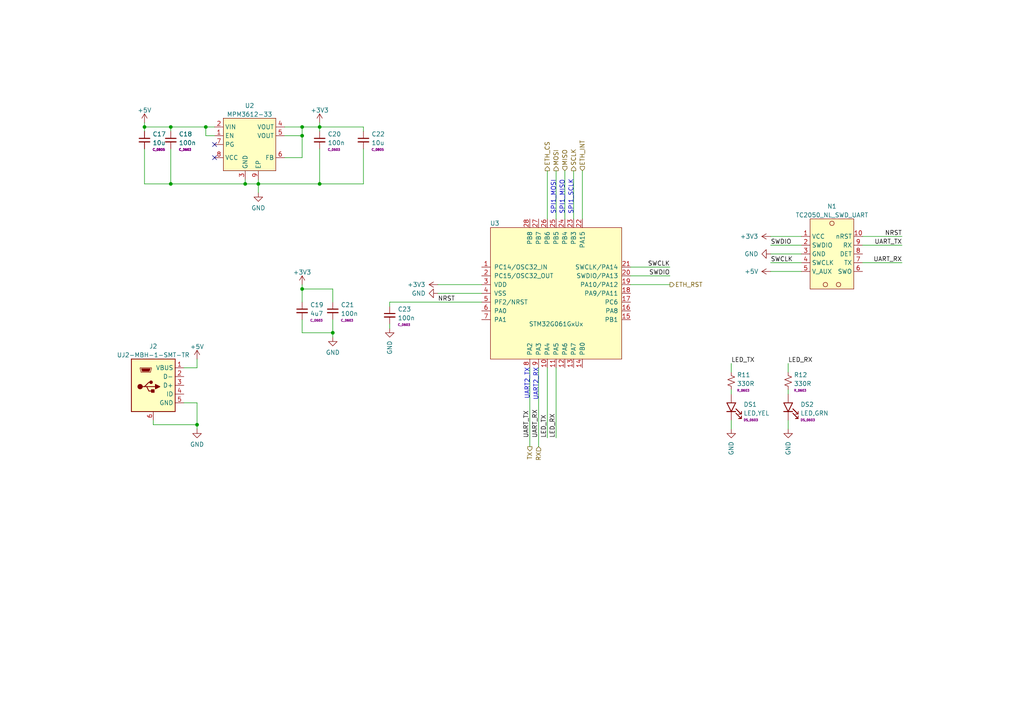
<source format=kicad_sch>
(kicad_sch (version 20211123) (generator eeschema)

  (uuid 69c8f879-b885-4053-b95e-72ffe0a9bee8)

  (paper "A4")

  (lib_symbols
    (symbol "C_Capacitor:C_0603" (pin_numbers hide) (pin_names (offset 1.016)) (in_bom yes) (on_board yes)
      (property "Reference" "C" (id 0) (at 3.175 1.905 0)
        (effects (font (size 1.27 1.27)))
      )
      (property "Value" "C_0603" (id 1) (at 5.715 0 0)
        (effects (font (size 1.27 1.27)))
      )
      (property "Footprint" "C_Capacitor:C_0603" (id 2) (at -3.175 0 90)
        (effects (font (size 1.27 1.27)) hide)
      )
      (property "Datasheet" "" (id 3) (at 2.54 2.54 0)
        (effects (font (size 1.27 1.27)) hide)
      )
      (property "Size" "C_0603" (id 4) (at 4.445 -1.905 0)
        (effects (font (size 0.635 0.635)))
      )
      (symbol "C_0603_1_1"
        (polyline
          (pts
            (xy -1.524 -0.508)
            (xy 1.524 -0.508)
          )
          (stroke (width 0.3302) (type default) (color 0 0 0 0))
          (fill (type none))
        )
        (polyline
          (pts
            (xy -1.524 0.508)
            (xy 1.524 0.508)
          )
          (stroke (width 0.3048) (type default) (color 0 0 0 0))
          (fill (type none))
        )
        (pin passive line (at 0 2.54 270) (length 2.032)
          (name "~" (effects (font (size 1.27 1.27))))
          (number "1" (effects (font (size 1.27 1.27))))
        )
        (pin passive line (at 0 -2.54 90) (length 2.032)
          (name "~" (effects (font (size 1.27 1.27))))
          (number "2" (effects (font (size 1.27 1.27))))
        )
      )
    )
    (symbol "C_Capacitor:C_0805" (pin_numbers hide) (pin_names (offset 1.016)) (in_bom yes) (on_board yes)
      (property "Reference" "C" (id 0) (at 3.175 1.905 0)
        (effects (font (size 1.27 1.27)))
      )
      (property "Value" "C_0805" (id 1) (at 5.715 0 0)
        (effects (font (size 1.27 1.27)))
      )
      (property "Footprint" "C_Capacitor:C_0805" (id 2) (at -3.175 0 90)
        (effects (font (size 1.27 1.27)) hide)
      )
      (property "Datasheet" "" (id 3) (at 2.54 2.54 0)
        (effects (font (size 1.27 1.27)) hide)
      )
      (property "Size" "C_0805" (id 4) (at 4.445 -1.905 0)
        (effects (font (size 0.635 0.635)))
      )
      (symbol "C_0805_1_1"
        (polyline
          (pts
            (xy -1.524 -0.508)
            (xy 1.524 -0.508)
          )
          (stroke (width 0.3302) (type default) (color 0 0 0 0))
          (fill (type none))
        )
        (polyline
          (pts
            (xy -1.524 0.508)
            (xy 1.524 0.508)
          )
          (stroke (width 0.3048) (type default) (color 0 0 0 0))
          (fill (type none))
        )
        (pin passive line (at 0 2.54 270) (length 2.032)
          (name "~" (effects (font (size 1.27 1.27))))
          (number "1" (effects (font (size 1.27 1.27))))
        )
        (pin passive line (at 0 -2.54 90) (length 2.032)
          (name "~" (effects (font (size 1.27 1.27))))
          (number "2" (effects (font (size 1.27 1.27))))
        )
      )
    )
    (symbol "DS_LED:DS_0603" (pin_numbers hide) (pin_names (offset 1.016) hide) (in_bom yes) (on_board yes)
      (property "Reference" "DS" (id 0) (at 0 2.54 0)
        (effects (font (size 1.27 1.27)))
      )
      (property "Value" "DS_0603" (id 1) (at 0 -5.08 0)
        (effects (font (size 1.27 1.27)))
      )
      (property "Footprint" "DS_LED:DS_0603" (id 2) (at 0 -7.62 0)
        (effects (font (size 1.27 1.27)) hide)
      )
      (property "Datasheet" "" (id 3) (at 0 -6.35 0)
        (effects (font (size 1.27 1.27)) hide)
      )
      (property "Size" "DS_0603" (id 4) (at 0 -3.81 0)
        (effects (font (size 0.635 0.635)))
      )
      (symbol "DS_0603_1_1"
        (polyline
          (pts
            (xy -1.27 -1.27)
            (xy -1.27 1.27)
          )
          (stroke (width 0.254) (type default) (color 0 0 0 0))
          (fill (type none))
        )
        (polyline
          (pts
            (xy -1.27 -1.27)
            (xy -1.27 1.27)
          )
          (stroke (width 0.254) (type default) (color 0 0 0 0))
          (fill (type none))
        )
        (polyline
          (pts
            (xy 1.27 -1.27)
            (xy 1.27 1.27)
            (xy -1.27 0)
            (xy 1.27 -1.27)
          )
          (stroke (width 0.254) (type default) (color 0 0 0 0))
          (fill (type none))
        )
        (polyline
          (pts
            (xy -1.778 -1.397)
            (xy -3.302 -2.921)
            (xy -2.54 -2.921)
            (xy -3.302 -2.921)
            (xy -3.302 -2.159)
          )
          (stroke (width 0) (type default) (color 0 0 0 0))
          (fill (type none))
        )
        (polyline
          (pts
            (xy -1.778 -1.397)
            (xy -3.302 -2.921)
            (xy -2.54 -2.921)
            (xy -3.302 -2.921)
            (xy -3.302 -2.159)
          )
          (stroke (width 0) (type default) (color 0 0 0 0))
          (fill (type none))
        )
        (polyline
          (pts
            (xy -1.778 -1.397)
            (xy -3.302 -2.921)
            (xy -2.54 -2.921)
            (xy -3.302 -2.921)
            (xy -3.302 -2.159)
          )
          (stroke (width 0) (type default) (color 0 0 0 0))
          (fill (type none))
        )
        (polyline
          (pts
            (xy -1.778 -1.397)
            (xy -3.302 -2.921)
            (xy -2.54 -2.921)
            (xy -3.302 -2.921)
            (xy -3.302 -2.159)
          )
          (stroke (width 0) (type default) (color 0 0 0 0))
          (fill (type none))
        )
        (polyline
          (pts
            (xy -1.778 -1.397)
            (xy -3.302 -2.921)
            (xy -2.54 -2.921)
            (xy -3.302 -2.921)
            (xy -3.302 -2.159)
          )
          (stroke (width 0) (type default) (color 0 0 0 0))
          (fill (type none))
        )
        (polyline
          (pts
            (xy -1.778 -1.397)
            (xy -3.302 -2.921)
            (xy -2.54 -2.921)
            (xy -3.302 -2.921)
            (xy -3.302 -2.159)
          )
          (stroke (width 0) (type default) (color 0 0 0 0))
          (fill (type none))
        )
        (polyline
          (pts
            (xy -1.778 -1.397)
            (xy -3.302 -2.921)
            (xy -2.54 -2.921)
            (xy -3.302 -2.921)
            (xy -3.302 -2.159)
          )
          (stroke (width 0) (type default) (color 0 0 0 0))
          (fill (type none))
        )
        (polyline
          (pts
            (xy -1.778 -1.397)
            (xy -3.302 -2.921)
            (xy -2.54 -2.921)
            (xy -3.302 -2.921)
            (xy -3.302 -2.159)
          )
          (stroke (width 0) (type default) (color 0 0 0 0))
          (fill (type none))
        )
        (polyline
          (pts
            (xy -0.508 -1.397)
            (xy -2.032 -2.921)
            (xy -1.27 -2.921)
            (xy -2.032 -2.921)
            (xy -2.032 -2.159)
          )
          (stroke (width 0) (type default) (color 0 0 0 0))
          (fill (type none))
        )
        (polyline
          (pts
            (xy -0.508 -1.397)
            (xy -2.032 -2.921)
            (xy -1.27 -2.921)
            (xy -2.032 -2.921)
            (xy -2.032 -2.159)
          )
          (stroke (width 0) (type default) (color 0 0 0 0))
          (fill (type none))
        )
        (polyline
          (pts
            (xy -0.508 -1.397)
            (xy -2.032 -2.921)
            (xy -1.27 -2.921)
            (xy -2.032 -2.921)
            (xy -2.032 -2.159)
          )
          (stroke (width 0) (type default) (color 0 0 0 0))
          (fill (type none))
        )
        (polyline
          (pts
            (xy -0.508 -1.397)
            (xy -2.032 -2.921)
            (xy -1.27 -2.921)
            (xy -2.032 -2.921)
            (xy -2.032 -2.159)
          )
          (stroke (width 0) (type default) (color 0 0 0 0))
          (fill (type none))
        )
        (polyline
          (pts
            (xy -0.508 -1.397)
            (xy -2.032 -2.921)
            (xy -1.27 -2.921)
            (xy -2.032 -2.921)
            (xy -2.032 -2.159)
          )
          (stroke (width 0) (type default) (color 0 0 0 0))
          (fill (type none))
        )
        (polyline
          (pts
            (xy -0.508 -1.397)
            (xy -2.032 -2.921)
            (xy -1.27 -2.921)
            (xy -2.032 -2.921)
            (xy -2.032 -2.159)
          )
          (stroke (width 0) (type default) (color 0 0 0 0))
          (fill (type none))
        )
        (polyline
          (pts
            (xy -0.508 -1.397)
            (xy -2.032 -2.921)
            (xy -1.27 -2.921)
            (xy -2.032 -2.921)
            (xy -2.032 -2.159)
          )
          (stroke (width 0) (type default) (color 0 0 0 0))
          (fill (type none))
        )
        (polyline
          (pts
            (xy -0.508 -1.397)
            (xy -2.032 -2.921)
            (xy -1.27 -2.921)
            (xy -2.032 -2.921)
            (xy -2.032 -2.159)
          )
          (stroke (width 0) (type default) (color 0 0 0 0))
          (fill (type none))
        )
        (pin passive line (at -3.81 0 0) (length 2.54)
          (name "K" (effects (font (size 1.27 1.27))))
          (number "1" (effects (font (size 1.27 1.27))))
        )
        (pin passive line (at 3.81 0 180) (length 2.54)
          (name "A" (effects (font (size 1.27 1.27))))
          (number "2" (effects (font (size 1.27 1.27))))
        )
      )
    )
    (symbol "J_Connector:UJ2-MBH-1-SMT-TR" (in_bom yes) (on_board yes)
      (property "Reference" "J" (id 0) (at -5.08 8.89 0)
        (effects (font (size 1.27 1.27)))
      )
      (property "Value" "UJ2-MBH-1-SMT-TR" (id 1) (at 12.7 -8.89 0)
        (effects (font (size 1.27 1.27)))
      )
      (property "Footprint" "J_Connector:USB_Mini_SMD_Horizontal" (id 2) (at 20.32 -11.43 0)
        (effects (font (size 1.27 1.27)) hide)
      )
      (property "Datasheet" "" (id 3) (at -5.08 8.89 0)
        (effects (font (size 1.27 1.27)) hide)
      )
      (property "ki_keywords" "CONN RCPT USB2.0 MINI B SMD R/A" (id 4) (at 0 0 0)
        (effects (font (size 1.27 1.27)) hide)
      )
      (property "ki_description" "CONN RCPT USB2.0 MINI B SMD R/A" (id 5) (at 0 0 0)
        (effects (font (size 1.27 1.27)) hide)
      )
      (symbol "UJ2-MBH-1-SMT-TR_0_1"
        (rectangle (start -6.35 7.62) (end 6.35 -7.62)
          (stroke (width 0.254) (type default) (color 0 0 0 0))
          (fill (type background))
        )
        (circle (center -3.81 -0.381) (radius 0.635)
          (stroke (width 0.254) (type default) (color 0 0 0 0))
          (fill (type outline))
        )
        (circle (center -0.635 0.889) (radius 0.381)
          (stroke (width 0.254) (type default) (color 0 0 0 0))
          (fill (type outline))
        )
        (polyline
          (pts
            (xy -1.905 -0.381)
            (xy 0.635 -0.381)
          )
          (stroke (width 0.254) (type default) (color 0 0 0 0))
          (fill (type none))
        )
        (polyline
          (pts
            (xy -3.175 -0.381)
            (xy -2.54 -0.381)
            (xy -1.27 0.889)
            (xy -0.635 0.889)
          )
          (stroke (width 0.254) (type default) (color 0 0 0 0))
          (fill (type none))
        )
        (polyline
          (pts
            (xy -2.54 -0.381)
            (xy -1.905 -0.381)
            (xy -1.27 -1.651)
            (xy 0 -1.651)
          )
          (stroke (width 0.254) (type default) (color 0 0 0 0))
          (fill (type none))
        )
        (polyline
          (pts
            (xy 0.635 0.254)
            (xy 0.635 -1.016)
            (xy 1.905 -0.381)
            (xy 0.635 0.254)
          )
          (stroke (width 0.254) (type default) (color 0 0 0 0))
          (fill (type outline))
        )
        (polyline
          (pts
            (xy -3.429 4.826)
            (xy -0.889 4.826)
            (xy -1.143 4.064)
            (xy -3.175 4.064)
            (xy -3.429 4.826)
          )
          (stroke (width 0) (type default) (color 0 0 0 0))
          (fill (type outline))
        )
        (polyline
          (pts
            (xy -3.81 5.08)
            (xy -3.81 4.826)
            (xy -3.556 4.064)
            (xy -3.556 3.81)
            (xy -0.762 3.81)
            (xy -0.762 4.064)
            (xy -0.508 4.826)
            (xy -0.508 5.08)
            (xy -3.81 5.08)
          )
          (stroke (width 0) (type default) (color 0 0 0 0))
          (fill (type none))
        )
        (rectangle (start 0.254 -1.27) (end -0.508 -2.032)
          (stroke (width 0.254) (type default) (color 0 0 0 0))
          (fill (type outline))
        )
      )
      (symbol "UJ2-MBH-1-SMT-TR_1_1"
        (pin power_out line (at 8.89 5.08 180) (length 2.54)
          (name "VBUS" (effects (font (size 1.27 1.27))))
          (number "1" (effects (font (size 1.27 1.27))))
        )
        (pin bidirectional line (at 8.89 2.54 180) (length 2.54)
          (name "D-" (effects (font (size 1.27 1.27))))
          (number "2" (effects (font (size 1.27 1.27))))
        )
        (pin bidirectional line (at 8.89 0 180) (length 2.54)
          (name "D+" (effects (font (size 1.27 1.27))))
          (number "3" (effects (font (size 1.27 1.27))))
        )
        (pin passive line (at 8.89 -2.54 180) (length 2.54)
          (name "ID" (effects (font (size 1.27 1.27))))
          (number "4" (effects (font (size 1.27 1.27))))
        )
        (pin power_out line (at 8.89 -5.08 180) (length 2.54)
          (name "GND" (effects (font (size 1.27 1.27))))
          (number "5" (effects (font (size 1.27 1.27))))
        )
        (pin passive line (at 0 -10.16 90) (length 2.54)
          (name "" (effects (font (size 1.27 1.27))))
          (number "6" (effects (font (size 1.27 1.27))))
        )
      )
    )
    (symbol "N_NonPart:TC2050_NL_SWD_UART" (in_bom no) (on_board yes)
      (property "Reference" "N" (id 0) (at -6.4 11.5 0)
        (effects (font (size 1.27 1.27)))
      )
      (property "Value" "TC2050_NL_SWD_UART" (id 1) (at 0 -11.5 0)
        (effects (font (size 1.27 1.27)))
      )
      (property "Footprint" "N_NonPart:TagConnect_TC2050_NL" (id 2) (at 0 -14.06 0)
        (effects (font (size 1.27 1.27)) hide)
      )
      (property "Datasheet" "" (id 3) (at -5.715 2.54 0)
        (effects (font (size 1.27 1.27)) hide)
      )
      (property "ki_keywords" "Tag-Connect TC2050 SWD UART" (id 4) (at 0 0 0)
        (effects (font (size 1.27 1.27)) hide)
      )
      (property "ki_description" "Tag-Connect TC2050 SWD + UART" (id 5) (at 0 0 0)
        (effects (font (size 1.27 1.27)) hide)
      )
      (symbol "TC2050_NL_SWD_UART_0_1"
        (rectangle (start -6.35 10.16) (end 6.35 -10.16)
          (stroke (width 0.1524) (type default) (color 0 0 0 0))
          (fill (type background))
        )
        (circle (center -1.905 -8.89) (radius 0.635)
          (stroke (width 0.1524) (type default) (color 0 0 0 0))
          (fill (type none))
        )
        (circle (center 0 8.89) (radius 0.635)
          (stroke (width 0.1524) (type default) (color 0 0 0 0))
          (fill (type none))
        )
        (circle (center 1.905 -8.89) (radius 0.635)
          (stroke (width 0.1524) (type default) (color 0 0 0 0))
          (fill (type none))
        )
      )
      (symbol "TC2050_NL_SWD_UART_1_1"
        (pin power_in line (at -8.89 5.08 0) (length 2.54)
          (name "VCC" (effects (font (size 1.27 1.27))))
          (number "1" (effects (font (size 1.27 1.27))))
        )
        (pin output line (at 8.89 5.08 180) (length 2.54)
          (name "nRST" (effects (font (size 1.27 1.27))))
          (number "10" (effects (font (size 1.27 1.27))))
        )
        (pin bidirectional line (at -8.89 2.54 0) (length 2.54)
          (name "SWDIO" (effects (font (size 1.27 1.27))))
          (number "2" (effects (font (size 1.27 1.27))))
        )
        (pin power_in line (at -8.89 0 0) (length 2.54)
          (name "GND" (effects (font (size 1.27 1.27))))
          (number "3" (effects (font (size 1.27 1.27))))
        )
        (pin bidirectional line (at -8.89 -2.54 0) (length 2.54)
          (name "SWCLK" (effects (font (size 1.27 1.27))))
          (number "4" (effects (font (size 1.27 1.27))))
        )
        (pin power_out line (at -8.89 -5.08 0) (length 2.54)
          (name "V_AUX" (effects (font (size 1.27 1.27))))
          (number "5" (effects (font (size 1.27 1.27))))
        )
        (pin bidirectional line (at 8.89 -5.08 180) (length 2.54)
          (name "SWO" (effects (font (size 1.27 1.27))))
          (number "6" (effects (font (size 1.27 1.27))))
        )
        (pin output line (at 8.89 -2.54 180) (length 2.54)
          (name "TX" (effects (font (size 1.27 1.27))))
          (number "7" (effects (font (size 1.27 1.27))))
        )
        (pin output line (at 8.89 0 180) (length 2.54)
          (name "DET" (effects (font (size 1.27 1.27))))
          (number "8" (effects (font (size 1.27 1.27))))
        )
        (pin input line (at 8.89 2.54 180) (length 2.54)
          (name "RX" (effects (font (size 1.27 1.27))))
          (number "9" (effects (font (size 1.27 1.27))))
        )
      )
    )
    (symbol "R_Resistor:R_0603" (pin_numbers hide) (pin_names (offset 1.016)) (in_bom yes) (on_board yes)
      (property "Reference" "R" (id 0) (at 2.54 1.905 0)
        (effects (font (size 1.27 1.27)))
      )
      (property "Value" "R_0603" (id 1) (at 5.08 0 0)
        (effects (font (size 1.27 1.27)))
      )
      (property "Footprint" "R_Resistor:R_0603" (id 2) (at -2.54 0 90)
        (effects (font (size 1.27 1.27)) hide)
      )
      (property "Datasheet" "" (id 3) (at -2.54 -3.81 0)
        (effects (font (size 1.27 1.27)) hide)
      )
      (property "Size" "R_0603" (id 4) (at 3.81 -1.905 0)
        (effects (font (size 0.635 0.635)))
      )
      (symbol "R_0603_1_1"
        (polyline
          (pts
            (xy 0 0)
            (xy 1.016 -0.381)
            (xy 0 -0.762)
            (xy -1.016 -1.143)
            (xy 0 -1.524)
          )
          (stroke (width 0) (type default) (color 0 0 0 0))
          (fill (type none))
        )
        (polyline
          (pts
            (xy 0 1.524)
            (xy 1.016 1.143)
            (xy 0 0.762)
            (xy -1.016 0.381)
            (xy 0 0)
          )
          (stroke (width 0) (type default) (color 0 0 0 0))
          (fill (type none))
        )
        (pin passive line (at 0 2.54 270) (length 1.016)
          (name "~" (effects (font (size 1.27 1.27))))
          (number "1" (effects (font (size 1.27 1.27))))
        )
        (pin passive line (at 0 -2.54 90) (length 1.016)
          (name "~" (effects (font (size 1.27 1.27))))
          (number "2" (effects (font (size 1.27 1.27))))
        )
      )
    )
    (symbol "U_MCU:STM32G061GxUx" (pin_names (offset 1.016)) (in_bom yes) (on_board yes)
      (property "Reference" "U" (id 0) (at 1.27 39.37 0)
        (effects (font (size 1.27 1.27)))
      )
      (property "Value" "STM32G061GxUx" (id 1) (at 18.395 19.05 0)
        (effects (font (size 1.27 1.27)))
      )
      (property "Footprint" "U_IC:QFN28_05_4x4" (id 2) (at 18.395 17.145 0)
        (effects (font (size 1.27 1.27)) hide)
      )
      (property "Datasheet" "" (id 3) (at 0 0 0)
        (effects (font (size 1.27 1.27)) hide)
      )
      (symbol "STM32G061GxUx_0_1"
        (rectangle (start 0 38.1) (end 38.1 0)
          (stroke (width 0) (type default) (color 0 0 0 0))
          (fill (type background))
        )
      )
      (symbol "STM32G061GxUx_1_1"
        (pin bidirectional line (at -2.54 26.67 0) (length 2.54)
          (name "PC14/OSC32_IN" (effects (font (size 1.27 1.27))))
          (number "1" (effects (font (size 1.27 1.27))))
        )
        (pin bidirectional line (at 16.51 -2.54 90) (length 2.54)
          (name "PA4" (effects (font (size 1.27 1.27))))
          (number "10" (effects (font (size 1.27 1.27))))
        )
        (pin bidirectional line (at 19.05 -2.54 90) (length 2.54)
          (name "PA5" (effects (font (size 1.27 1.27))))
          (number "11" (effects (font (size 1.27 1.27))))
        )
        (pin bidirectional line (at 21.59 -2.54 90) (length 2.54)
          (name "PA6" (effects (font (size 1.27 1.27))))
          (number "12" (effects (font (size 1.27 1.27))))
        )
        (pin bidirectional line (at 24.13 -2.54 90) (length 2.54)
          (name "PA7" (effects (font (size 1.27 1.27))))
          (number "13" (effects (font (size 1.27 1.27))))
        )
        (pin bidirectional line (at 26.67 -2.54 90) (length 2.54)
          (name "PB0" (effects (font (size 1.27 1.27))))
          (number "14" (effects (font (size 1.27 1.27))))
        )
        (pin bidirectional line (at 40.64 11.43 180) (length 2.54)
          (name "PB1" (effects (font (size 1.27 1.27))))
          (number "15" (effects (font (size 1.27 1.27))))
        )
        (pin bidirectional line (at 40.64 13.97 180) (length 2.54)
          (name "PA8" (effects (font (size 1.27 1.27))))
          (number "16" (effects (font (size 1.27 1.27))))
        )
        (pin bidirectional line (at 40.64 16.51 180) (length 2.54)
          (name "PC6" (effects (font (size 1.27 1.27))))
          (number "17" (effects (font (size 1.27 1.27))))
        )
        (pin bidirectional line (at 40.64 19.05 180) (length 2.54)
          (name "PA9/PA11" (effects (font (size 1.27 1.27))))
          (number "18" (effects (font (size 1.27 1.27))))
        )
        (pin bidirectional line (at 40.64 21.59 180) (length 2.54)
          (name "PA10/PA12" (effects (font (size 1.27 1.27))))
          (number "19" (effects (font (size 1.27 1.27))))
        )
        (pin bidirectional line (at -2.54 24.13 0) (length 2.54)
          (name "PC15/OSC32_OUT" (effects (font (size 1.27 1.27))))
          (number "2" (effects (font (size 1.27 1.27))))
        )
        (pin bidirectional line (at 40.64 24.13 180) (length 2.54)
          (name "SWDIO/PA13" (effects (font (size 1.27 1.27))))
          (number "20" (effects (font (size 1.27 1.27))))
        )
        (pin bidirectional line (at 40.64 26.67 180) (length 2.54)
          (name "SWCLK/PA14" (effects (font (size 1.27 1.27))))
          (number "21" (effects (font (size 1.27 1.27))))
        )
        (pin bidirectional line (at 26.67 40.64 270) (length 2.54)
          (name "PA15" (effects (font (size 1.27 1.27))))
          (number "22" (effects (font (size 1.27 1.27))))
        )
        (pin bidirectional line (at 24.13 40.64 270) (length 2.54)
          (name "PB3" (effects (font (size 1.27 1.27))))
          (number "23" (effects (font (size 1.27 1.27))))
        )
        (pin bidirectional line (at 21.59 40.64 270) (length 2.54)
          (name "PB4" (effects (font (size 1.27 1.27))))
          (number "24" (effects (font (size 1.27 1.27))))
        )
        (pin bidirectional line (at 19.05 40.64 270) (length 2.54)
          (name "PB5" (effects (font (size 1.27 1.27))))
          (number "25" (effects (font (size 1.27 1.27))))
        )
        (pin bidirectional line (at 16.51 40.64 270) (length 2.54)
          (name "PB6" (effects (font (size 1.27 1.27))))
          (number "26" (effects (font (size 1.27 1.27))))
        )
        (pin bidirectional line (at 13.97 40.64 270) (length 2.54)
          (name "PB7" (effects (font (size 1.27 1.27))))
          (number "27" (effects (font (size 1.27 1.27))))
        )
        (pin bidirectional line (at 11.43 40.64 270) (length 2.54)
          (name "PB8" (effects (font (size 1.27 1.27))))
          (number "28" (effects (font (size 1.27 1.27))))
        )
        (pin power_in line (at -2.54 21.59 0) (length 2.54)
          (name "VDD" (effects (font (size 1.27 1.27))))
          (number "3" (effects (font (size 1.27 1.27))))
        )
        (pin power_in line (at -2.54 19.05 0) (length 2.54)
          (name "VSS" (effects (font (size 1.27 1.27))))
          (number "4" (effects (font (size 1.27 1.27))))
        )
        (pin bidirectional line (at -2.54 16.51 0) (length 2.54)
          (name "PF2/NRST" (effects (font (size 1.27 1.27))))
          (number "5" (effects (font (size 1.27 1.27))))
        )
        (pin bidirectional line (at -2.54 13.97 0) (length 2.54)
          (name "PA0" (effects (font (size 1.27 1.27))))
          (number "6" (effects (font (size 1.27 1.27))))
        )
        (pin bidirectional line (at -2.54 11.43 0) (length 2.54)
          (name "PA1" (effects (font (size 1.27 1.27))))
          (number "7" (effects (font (size 1.27 1.27))))
        )
        (pin bidirectional line (at 11.43 -2.54 90) (length 2.54)
          (name "PA2" (effects (font (size 1.27 1.27))))
          (number "8" (effects (font (size 1.27 1.27))))
        )
        (pin bidirectional line (at 13.97 -2.54 90) (length 2.54)
          (name "PA3" (effects (font (size 1.27 1.27))))
          (number "9" (effects (font (size 1.27 1.27))))
        )
      )
    )
    (symbol "U_Power:MPM3612" (in_bom yes) (on_board yes)
      (property "Reference" "U" (id 0) (at -6.35 8.89 0)
        (effects (font (size 1.27 1.27)))
      )
      (property "Value" "MPM3612" (id 1) (at 12.7 -8.89 0)
        (effects (font (size 1.27 1.27)))
      )
      (property "Footprint" "U_IC:LGA8_3x3_EP_MPM" (id 2) (at 12.7 -11.43 0)
        (effects (font (size 1.27 1.27)) hide)
      )
      (property "Datasheet" "" (id 3) (at -11.43 13.97 0)
        (effects (font (size 1.27 1.27)) hide)
      )
      (property "ki_keywords" "SMPS BUCK LGA3x3" (id 4) (at 0 0 0)
        (effects (font (size 1.27 1.27)) hide)
      )
      (property "ki_description" "SMPS Buck LGA3x3 Integrated inductor 22VIN" (id 5) (at 0 0 0)
        (effects (font (size 1.27 1.27)) hide)
      )
      (symbol "MPM3612_0_1"
        (rectangle (start -7.62 7.62) (end 7.62 -7.62)
          (stroke (width 0.1524) (type default) (color 0 0 0 0))
          (fill (type background))
        )
      )
      (symbol "MPM3612_1_1"
        (pin input line (at -10.16 2.54 0) (length 2.54)
          (name "EN" (effects (font (size 1.27 1.27))))
          (number "1" (effects (font (size 1.27 1.27))))
        )
        (pin input line (at -10.16 5.08 0) (length 2.54)
          (name "VIN" (effects (font (size 1.27 1.27))))
          (number "2" (effects (font (size 1.27 1.27))))
        )
        (pin power_in line (at -1.27 -10.16 90) (length 2.54)
          (name "GND" (effects (font (size 1.27 1.27))))
          (number "3" (effects (font (size 1.27 1.27))))
        )
        (pin power_out line (at 10.16 5.08 180) (length 2.54)
          (name "VOUT" (effects (font (size 1.27 1.27))))
          (number "4" (effects (font (size 1.27 1.27))))
        )
        (pin power_out line (at 10.16 2.54 180) (length 2.54)
          (name "VOUT" (effects (font (size 1.27 1.27))))
          (number "5" (effects (font (size 1.27 1.27))))
        )
        (pin power_in line (at 10.16 -3.81 180) (length 2.54)
          (name "FB" (effects (font (size 1.27 1.27))))
          (number "6" (effects (font (size 1.27 1.27))))
        )
        (pin output line (at -10.16 0 0) (length 2.54)
          (name "PG" (effects (font (size 1.27 1.27))))
          (number "7" (effects (font (size 1.27 1.27))))
        )
        (pin power_out line (at -10.16 -3.81 0) (length 2.54)
          (name "VCC" (effects (font (size 1.27 1.27))))
          (number "8" (effects (font (size 1.27 1.27))))
        )
        (pin power_in line (at 2.54 -10.16 90) (length 2.54)
          (name "EP" (effects (font (size 1.27 1.27))))
          (number "9" (effects (font (size 1.27 1.27))))
        )
      )
    )
    (symbol "power:+3V3" (power) (pin_names (offset 0)) (in_bom yes) (on_board yes)
      (property "Reference" "#PWR" (id 0) (at 0 -3.81 0)
        (effects (font (size 1.27 1.27)) hide)
      )
      (property "Value" "+3V3" (id 1) (at 0 3.556 0)
        (effects (font (size 1.27 1.27)))
      )
      (property "Footprint" "" (id 2) (at 0 0 0)
        (effects (font (size 1.27 1.27)) hide)
      )
      (property "Datasheet" "" (id 3) (at 0 0 0)
        (effects (font (size 1.27 1.27)) hide)
      )
      (property "ki_keywords" "power-flag" (id 4) (at 0 0 0)
        (effects (font (size 1.27 1.27)) hide)
      )
      (property "ki_description" "Power symbol creates a global label with name \"+3V3\"" (id 5) (at 0 0 0)
        (effects (font (size 1.27 1.27)) hide)
      )
      (symbol "+3V3_0_1"
        (polyline
          (pts
            (xy -0.762 1.27)
            (xy 0 2.54)
          )
          (stroke (width 0) (type default) (color 0 0 0 0))
          (fill (type none))
        )
        (polyline
          (pts
            (xy 0 0)
            (xy 0 2.54)
          )
          (stroke (width 0) (type default) (color 0 0 0 0))
          (fill (type none))
        )
        (polyline
          (pts
            (xy 0 2.54)
            (xy 0.762 1.27)
          )
          (stroke (width 0) (type default) (color 0 0 0 0))
          (fill (type none))
        )
      )
      (symbol "+3V3_1_1"
        (pin power_in line (at 0 0 90) (length 0) hide
          (name "+3V3" (effects (font (size 1.27 1.27))))
          (number "1" (effects (font (size 1.27 1.27))))
        )
      )
    )
    (symbol "power:+5V" (power) (pin_names (offset 0)) (in_bom yes) (on_board yes)
      (property "Reference" "#PWR" (id 0) (at 0 -3.81 0)
        (effects (font (size 1.27 1.27)) hide)
      )
      (property "Value" "+5V" (id 1) (at 0 3.556 0)
        (effects (font (size 1.27 1.27)))
      )
      (property "Footprint" "" (id 2) (at 0 0 0)
        (effects (font (size 1.27 1.27)) hide)
      )
      (property "Datasheet" "" (id 3) (at 0 0 0)
        (effects (font (size 1.27 1.27)) hide)
      )
      (property "ki_keywords" "power-flag" (id 4) (at 0 0 0)
        (effects (font (size 1.27 1.27)) hide)
      )
      (property "ki_description" "Power symbol creates a global label with name \"+5V\"" (id 5) (at 0 0 0)
        (effects (font (size 1.27 1.27)) hide)
      )
      (symbol "+5V_0_1"
        (polyline
          (pts
            (xy -0.762 1.27)
            (xy 0 2.54)
          )
          (stroke (width 0) (type default) (color 0 0 0 0))
          (fill (type none))
        )
        (polyline
          (pts
            (xy 0 0)
            (xy 0 2.54)
          )
          (stroke (width 0) (type default) (color 0 0 0 0))
          (fill (type none))
        )
        (polyline
          (pts
            (xy 0 2.54)
            (xy 0.762 1.27)
          )
          (stroke (width 0) (type default) (color 0 0 0 0))
          (fill (type none))
        )
      )
      (symbol "+5V_1_1"
        (pin power_in line (at 0 0 90) (length 0) hide
          (name "+5V" (effects (font (size 1.27 1.27))))
          (number "1" (effects (font (size 1.27 1.27))))
        )
      )
    )
    (symbol "power:GND" (power) (pin_names (offset 0)) (in_bom yes) (on_board yes)
      (property "Reference" "#PWR" (id 0) (at 0 -6.35 0)
        (effects (font (size 1.27 1.27)) hide)
      )
      (property "Value" "GND" (id 1) (at 0 -3.81 0)
        (effects (font (size 1.27 1.27)))
      )
      (property "Footprint" "" (id 2) (at 0 0 0)
        (effects (font (size 1.27 1.27)) hide)
      )
      (property "Datasheet" "" (id 3) (at 0 0 0)
        (effects (font (size 1.27 1.27)) hide)
      )
      (property "ki_keywords" "power-flag" (id 4) (at 0 0 0)
        (effects (font (size 1.27 1.27)) hide)
      )
      (property "ki_description" "Power symbol creates a global label with name \"GND\" , ground" (id 5) (at 0 0 0)
        (effects (font (size 1.27 1.27)) hide)
      )
      (symbol "GND_0_1"
        (polyline
          (pts
            (xy 0 0)
            (xy 0 -1.27)
            (xy 1.27 -1.27)
            (xy 0 -2.54)
            (xy -1.27 -1.27)
            (xy 0 -1.27)
          )
          (stroke (width 0) (type default) (color 0 0 0 0))
          (fill (type none))
        )
      )
      (symbol "GND_1_1"
        (pin power_in line (at 0 0 270) (length 0) hide
          (name "GND" (effects (font (size 1.27 1.27))))
          (number "1" (effects (font (size 1.27 1.27))))
        )
      )
    )
  )

  (junction (at 87.63 83.82) (diameter 0) (color 0 0 0 0)
    (uuid 0418ac38-9b5f-4abc-b60a-8bac72c5c020)
  )
  (junction (at 57.15 123.19) (diameter 0) (color 0 0 0 0)
    (uuid 04fadaed-e299-4162-8194-c3aa3f4d18fc)
  )
  (junction (at 41.91 36.83) (diameter 0) (color 0 0 0 0)
    (uuid 0c40ddab-3ebd-4793-a3da-83fe8a11ce00)
  )
  (junction (at 59.69 36.83) (diameter 0) (color 0 0 0 0)
    (uuid 318438a7-0d17-4e2c-9dc2-fcd57f35c775)
  )
  (junction (at 87.63 36.83) (diameter 0) (color 0 0 0 0)
    (uuid 69701860-3510-4a18-9d76-17bf1cc6d184)
  )
  (junction (at 92.71 53.34) (diameter 0) (color 0 0 0 0)
    (uuid 72fd968b-7b5f-4516-8770-bd78bc5702a8)
  )
  (junction (at 87.63 39.37) (diameter 0) (color 0 0 0 0)
    (uuid b4cef54f-7a52-4403-9cf4-489d60ede461)
  )
  (junction (at 96.52 96.52) (diameter 0) (color 0 0 0 0)
    (uuid bb9bcb44-53c8-4801-9c37-ee033f60740e)
  )
  (junction (at 74.93 53.34) (diameter 0) (color 0 0 0 0)
    (uuid c1e5ddd9-1779-442d-986e-e94398304b15)
  )
  (junction (at 49.53 53.34) (diameter 0) (color 0 0 0 0)
    (uuid c7b013a1-d5e2-441c-884f-30295fd7ee4a)
  )
  (junction (at 49.53 36.83) (diameter 0) (color 0 0 0 0)
    (uuid ce29877c-a8fa-41f9-a5dc-26499f3a6b74)
  )
  (junction (at 71.12 53.34) (diameter 0) (color 0 0 0 0)
    (uuid cfa9cba6-0641-4783-8d5e-40fa8176482f)
  )
  (junction (at 92.71 36.83) (diameter 0) (color 0 0 0 0)
    (uuid d682e538-6ebc-4ace-937f-97da1a99c66f)
  )

  (no_connect (at 62.23 45.72) (uuid 1fcda48a-b6da-47e2-a9ff-e01873462b7d))
  (no_connect (at 62.23 41.91) (uuid a3b88235-f0ba-42a2-9037-8f9429351dd0))

  (wire (pts (xy 71.12 53.34) (xy 71.12 52.07))
    (stroke (width 0) (type default) (color 0 0 0 0))
    (uuid 003f56ed-49bd-4149-baf0-fe31b119db94)
  )
  (wire (pts (xy 87.63 87.63) (xy 87.63 83.82))
    (stroke (width 0) (type default) (color 0 0 0 0))
    (uuid 02b5a3d2-fa1d-49fa-9afc-c5aa2257938c)
  )
  (wire (pts (xy 113.03 88.9) (xy 113.03 87.63))
    (stroke (width 0) (type default) (color 0 0 0 0))
    (uuid 0795e498-9142-4aeb-a65f-eff1190216e3)
  )
  (wire (pts (xy 223.52 73.66) (xy 232.41 73.66))
    (stroke (width 0) (type default) (color 0 0 0 0))
    (uuid 07ee2585-632d-4d48-9c1b-9cdcb4c04054)
  )
  (wire (pts (xy 228.6 105.41) (xy 228.6 107.95))
    (stroke (width 0) (type default) (color 0 0 0 0))
    (uuid 0d136b6a-70dd-45e9-866a-cd62ded61062)
  )
  (wire (pts (xy 41.91 35.56) (xy 41.91 36.83))
    (stroke (width 0) (type default) (color 0 0 0 0))
    (uuid 0d4ca7e8-d3f3-43e9-87ba-7fea974053bb)
  )
  (wire (pts (xy 87.63 36.83) (xy 87.63 39.37))
    (stroke (width 0) (type default) (color 0 0 0 0))
    (uuid 0df14e84-f3b0-4424-845b-5b2928d309db)
  )
  (wire (pts (xy 82.55 45.72) (xy 87.63 45.72))
    (stroke (width 0) (type default) (color 0 0 0 0))
    (uuid 12196e2e-6b7e-4ca3-94fb-bcab972a34d2)
  )
  (wire (pts (xy 57.15 116.84) (xy 57.15 123.19))
    (stroke (width 0) (type default) (color 0 0 0 0))
    (uuid 121ace76-41ce-4275-9f3b-49410ea2d098)
  )
  (wire (pts (xy 153.67 106.68) (xy 153.67 129.54))
    (stroke (width 0) (type default) (color 0 0 0 0))
    (uuid 131ba839-6f7e-4e57-8792-a7c60f92d3cf)
  )
  (wire (pts (xy 96.52 92.71) (xy 96.52 96.52))
    (stroke (width 0) (type default) (color 0 0 0 0))
    (uuid 137fbd49-2967-4ea0-9eb9-957c4e326ff0)
  )
  (wire (pts (xy 59.69 36.83) (xy 62.23 36.83))
    (stroke (width 0) (type default) (color 0 0 0 0))
    (uuid 14f8e4f7-347f-42e1-b193-928abd42ee8f)
  )
  (wire (pts (xy 82.55 36.83) (xy 87.63 36.83))
    (stroke (width 0) (type default) (color 0 0 0 0))
    (uuid 1d62e76a-34aa-4325-bb5c-5abc8697913f)
  )
  (wire (pts (xy 87.63 82.55) (xy 87.63 83.82))
    (stroke (width 0) (type default) (color 0 0 0 0))
    (uuid 211f0e54-3ee7-4884-8aa1-6d835716325e)
  )
  (wire (pts (xy 92.71 53.34) (xy 74.93 53.34))
    (stroke (width 0) (type default) (color 0 0 0 0))
    (uuid 23d6b54c-f8e6-4c9c-afc8-636e260efc8d)
  )
  (wire (pts (xy 105.41 38.1) (xy 105.41 36.83))
    (stroke (width 0) (type default) (color 0 0 0 0))
    (uuid 26e99c21-54b9-486a-8b06-4234e4f0ad30)
  )
  (wire (pts (xy 57.15 106.68) (xy 53.34 106.68))
    (stroke (width 0) (type default) (color 0 0 0 0))
    (uuid 270084b5-554d-4754-b111-d07aaa28a632)
  )
  (wire (pts (xy 127 82.55) (xy 139.7 82.55))
    (stroke (width 0) (type default) (color 0 0 0 0))
    (uuid 28f77aa4-a6ec-4e15-b5fb-9ae5e0531acc)
  )
  (wire (pts (xy 92.71 35.56) (xy 92.71 36.83))
    (stroke (width 0) (type default) (color 0 0 0 0))
    (uuid 2bbf9d78-159b-493e-b32d-e8dda1d21fc7)
  )
  (wire (pts (xy 223.52 68.58) (xy 232.41 68.58))
    (stroke (width 0) (type default) (color 0 0 0 0))
    (uuid 3067aad3-b60a-4274-9096-63b58ae29f88)
  )
  (wire (pts (xy 158.75 106.68) (xy 158.75 127))
    (stroke (width 0) (type default) (color 0 0 0 0))
    (uuid 40fc2858-5d3f-4bd9-ad67-398fc60344fd)
  )
  (wire (pts (xy 87.63 83.82) (xy 96.52 83.82))
    (stroke (width 0) (type default) (color 0 0 0 0))
    (uuid 46668ed7-7db0-4344-9a05-77cbcd6cb5cb)
  )
  (wire (pts (xy 74.93 53.34) (xy 74.93 52.07))
    (stroke (width 0) (type default) (color 0 0 0 0))
    (uuid 4bc969ae-6880-4d05-b915-b37cc955be97)
  )
  (wire (pts (xy 49.53 38.1) (xy 49.53 36.83))
    (stroke (width 0) (type default) (color 0 0 0 0))
    (uuid 4ce51954-a880-4585-aca6-442c6f1988bd)
  )
  (wire (pts (xy 41.91 43.18) (xy 41.91 53.34))
    (stroke (width 0) (type default) (color 0 0 0 0))
    (uuid 4d167b9f-4a14-40e4-8e53-266e2246ce4d)
  )
  (wire (pts (xy 87.63 96.52) (xy 96.52 96.52))
    (stroke (width 0) (type default) (color 0 0 0 0))
    (uuid 51a85fc5-17be-48c4-9ef7-89450d83cb4e)
  )
  (wire (pts (xy 49.53 36.83) (xy 59.69 36.83))
    (stroke (width 0) (type default) (color 0 0 0 0))
    (uuid 542e71ae-74b1-47b9-afed-365069b12d58)
  )
  (wire (pts (xy 41.91 38.1) (xy 41.91 36.83))
    (stroke (width 0) (type default) (color 0 0 0 0))
    (uuid 54465b8a-23c8-4db0-aac9-0ab55deabd88)
  )
  (wire (pts (xy 212.09 121.92) (xy 212.09 124.46))
    (stroke (width 0) (type default) (color 0 0 0 0))
    (uuid 5ad1e353-c213-4710-866f-511e6a27936e)
  )
  (wire (pts (xy 212.09 105.41) (xy 212.09 107.95))
    (stroke (width 0) (type default) (color 0 0 0 0))
    (uuid 5c677dda-5b5a-4a78-855b-004994246f85)
  )
  (wire (pts (xy 96.52 83.82) (xy 96.52 87.63))
    (stroke (width 0) (type default) (color 0 0 0 0))
    (uuid 65b83527-af08-46ea-bc5d-2574831b09f0)
  )
  (wire (pts (xy 105.41 53.34) (xy 92.71 53.34))
    (stroke (width 0) (type default) (color 0 0 0 0))
    (uuid 6600f242-08b7-4a58-b46b-b77250e6b8d1)
  )
  (wire (pts (xy 223.52 78.74) (xy 232.41 78.74))
    (stroke (width 0) (type default) (color 0 0 0 0))
    (uuid 6d72765a-c0fd-4d71-8128-90ac36d1e206)
  )
  (wire (pts (xy 87.63 45.72) (xy 87.63 39.37))
    (stroke (width 0) (type default) (color 0 0 0 0))
    (uuid 6dc3bd4d-6ba8-44de-bd2b-3759bcc42e23)
  )
  (wire (pts (xy 57.15 123.19) (xy 57.15 124.46))
    (stroke (width 0) (type default) (color 0 0 0 0))
    (uuid 7070eb58-27df-4a62-97ea-76f11ed82326)
  )
  (wire (pts (xy 92.71 38.1) (xy 92.71 36.83))
    (stroke (width 0) (type default) (color 0 0 0 0))
    (uuid 70f4197d-80d1-46a0-b06a-304bcd8debdc)
  )
  (wire (pts (xy 182.88 80.01) (xy 194.31 80.01))
    (stroke (width 0) (type default) (color 0 0 0 0))
    (uuid 74cfc84a-e768-4e0e-aab1-e1981090f73c)
  )
  (wire (pts (xy 105.41 43.18) (xy 105.41 53.34))
    (stroke (width 0) (type default) (color 0 0 0 0))
    (uuid 76a12306-2e9c-4f59-8e03-1ddc5dca8292)
  )
  (wire (pts (xy 53.34 116.84) (xy 57.15 116.84))
    (stroke (width 0) (type default) (color 0 0 0 0))
    (uuid 7e32eb32-950c-46a5-90a2-d362ec254c0e)
  )
  (wire (pts (xy 182.88 77.47) (xy 194.31 77.47))
    (stroke (width 0) (type default) (color 0 0 0 0))
    (uuid 854a4fcf-89d6-4399-b4cd-949b5edee88b)
  )
  (wire (pts (xy 228.6 121.92) (xy 228.6 124.46))
    (stroke (width 0) (type default) (color 0 0 0 0))
    (uuid 8a7db3f9-695e-496d-b9b7-33d2f542c70f)
  )
  (wire (pts (xy 96.52 97.79) (xy 96.52 96.52))
    (stroke (width 0) (type default) (color 0 0 0 0))
    (uuid 8be4a8ad-bad0-4692-9ea8-b0f998328ac3)
  )
  (wire (pts (xy 92.71 43.18) (xy 92.71 53.34))
    (stroke (width 0) (type default) (color 0 0 0 0))
    (uuid 8e42123d-d7c0-4d6a-aec3-16ede290a84f)
  )
  (wire (pts (xy 250.19 71.12) (xy 261.62 71.12))
    (stroke (width 0) (type default) (color 0 0 0 0))
    (uuid 99914855-59f8-439a-9dad-10b99654d9e3)
  )
  (wire (pts (xy 158.75 49.53) (xy 158.75 63.5))
    (stroke (width 0) (type default) (color 0 0 0 0))
    (uuid 9a23edd0-a163-48e0-9a57-56a418a096b5)
  )
  (wire (pts (xy 228.6 113.03) (xy 228.6 114.3))
    (stroke (width 0) (type default) (color 0 0 0 0))
    (uuid 9a97d73f-e695-4080-b5f9-b2f3d5414dfc)
  )
  (wire (pts (xy 49.53 43.18) (xy 49.53 53.34))
    (stroke (width 0) (type default) (color 0 0 0 0))
    (uuid 9e544e17-6053-4601-9419-c56d2f4242b2)
  )
  (wire (pts (xy 87.63 39.37) (xy 82.55 39.37))
    (stroke (width 0) (type default) (color 0 0 0 0))
    (uuid 9e7d78ae-1f3d-4f51-a82b-a4b6130fba0d)
  )
  (wire (pts (xy 62.23 39.37) (xy 59.69 39.37))
    (stroke (width 0) (type default) (color 0 0 0 0))
    (uuid a16fe301-121a-427a-a3b3-6ab582776200)
  )
  (wire (pts (xy 250.19 68.58) (xy 261.62 68.58))
    (stroke (width 0) (type default) (color 0 0 0 0))
    (uuid a2e928af-4fa2-4d16-836e-5b5175707991)
  )
  (wire (pts (xy 113.03 87.63) (xy 139.7 87.63))
    (stroke (width 0) (type default) (color 0 0 0 0))
    (uuid a8fea7df-02bf-4e90-8ced-a990004702db)
  )
  (wire (pts (xy 127 85.09) (xy 139.7 85.09))
    (stroke (width 0) (type default) (color 0 0 0 0))
    (uuid ae0ed5c5-c46f-4f8c-a802-fc09a1c28fde)
  )
  (wire (pts (xy 87.63 36.83) (xy 92.71 36.83))
    (stroke (width 0) (type default) (color 0 0 0 0))
    (uuid b1f63e36-de19-4631-bb5e-fbfe508802e1)
  )
  (wire (pts (xy 41.91 36.83) (xy 49.53 36.83))
    (stroke (width 0) (type default) (color 0 0 0 0))
    (uuid b381fbe6-ec51-4d78-8e72-bed5ed68207f)
  )
  (wire (pts (xy 168.91 63.5) (xy 168.91 49.53))
    (stroke (width 0) (type default) (color 0 0 0 0))
    (uuid b3918588-7833-4ceb-8405-a6a134b0d412)
  )
  (wire (pts (xy 44.45 123.19) (xy 44.45 121.92))
    (stroke (width 0) (type default) (color 0 0 0 0))
    (uuid b41de5ba-09a7-4eed-a54a-bf3fbcbdecea)
  )
  (wire (pts (xy 57.15 123.19) (xy 44.45 123.19))
    (stroke (width 0) (type default) (color 0 0 0 0))
    (uuid b5324acb-fed7-4c98-94c2-168635c6c7fb)
  )
  (wire (pts (xy 59.69 39.37) (xy 59.69 36.83))
    (stroke (width 0) (type default) (color 0 0 0 0))
    (uuid b66807e2-34e9-4425-96b1-2d9978fbc302)
  )
  (wire (pts (xy 113.03 95.25) (xy 113.03 93.98))
    (stroke (width 0) (type default) (color 0 0 0 0))
    (uuid b688f247-44ce-4cdc-85a3-d15d41cd3d57)
  )
  (wire (pts (xy 161.29 63.5) (xy 161.29 49.53))
    (stroke (width 0) (type default) (color 0 0 0 0))
    (uuid c056da6e-accf-4a88-b3cc-e881c4829a9a)
  )
  (wire (pts (xy 71.12 53.34) (xy 74.93 53.34))
    (stroke (width 0) (type default) (color 0 0 0 0))
    (uuid c48a42ef-4865-4b51-b34b-6af77eb87e1b)
  )
  (wire (pts (xy 49.53 53.34) (xy 71.12 53.34))
    (stroke (width 0) (type default) (color 0 0 0 0))
    (uuid c5541a4f-7504-4a3b-8348-724922aa7469)
  )
  (wire (pts (xy 105.41 36.83) (xy 92.71 36.83))
    (stroke (width 0) (type default) (color 0 0 0 0))
    (uuid c5f4a70f-ada1-4b9b-8573-c9c8f79e52d8)
  )
  (wire (pts (xy 163.83 49.53) (xy 163.83 63.5))
    (stroke (width 0) (type default) (color 0 0 0 0))
    (uuid c720d0e3-a28c-4c8c-a9f4-aa394a60a833)
  )
  (wire (pts (xy 161.29 106.68) (xy 161.29 127))
    (stroke (width 0) (type default) (color 0 0 0 0))
    (uuid cbbf9223-cd4d-47dd-b5e5-bf583a1c67cb)
  )
  (wire (pts (xy 41.91 53.34) (xy 49.53 53.34))
    (stroke (width 0) (type default) (color 0 0 0 0))
    (uuid cdfe03e7-095a-4926-ac13-f4d7098dc8df)
  )
  (wire (pts (xy 212.09 113.03) (xy 212.09 114.3))
    (stroke (width 0) (type default) (color 0 0 0 0))
    (uuid ceda7ab0-776c-4b0b-aac5-2b95ab7af30a)
  )
  (wire (pts (xy 57.15 104.14) (xy 57.15 106.68))
    (stroke (width 0) (type default) (color 0 0 0 0))
    (uuid cf834738-f781-4fa0-92e5-b2c20580f310)
  )
  (wire (pts (xy 250.19 76.2) (xy 261.62 76.2))
    (stroke (width 0) (type default) (color 0 0 0 0))
    (uuid d17db1ed-d1e7-470e-ab78-b9e9de6d5921)
  )
  (wire (pts (xy 87.63 92.71) (xy 87.63 96.52))
    (stroke (width 0) (type default) (color 0 0 0 0))
    (uuid d8189213-b876-47fe-b1bc-7beb2b69dfe4)
  )
  (wire (pts (xy 182.88 82.55) (xy 194.31 82.55))
    (stroke (width 0) (type default) (color 0 0 0 0))
    (uuid e31b17a8-1e85-4212-b0ac-478d9a94a686)
  )
  (wire (pts (xy 74.93 53.34) (xy 74.93 55.88))
    (stroke (width 0) (type default) (color 0 0 0 0))
    (uuid ea4aba7b-c7ec-4374-ac0f-9b9fa47852cb)
  )
  (wire (pts (xy 223.52 76.2) (xy 232.41 76.2))
    (stroke (width 0) (type default) (color 0 0 0 0))
    (uuid ef0b939f-5abb-4d3b-8d89-d2423e856fda)
  )
  (wire (pts (xy 223.52 71.12) (xy 232.41 71.12))
    (stroke (width 0) (type default) (color 0 0 0 0))
    (uuid efbd3436-fa86-425b-ac5d-258b06f9b3a0)
  )
  (wire (pts (xy 156.21 106.68) (xy 156.21 129.54))
    (stroke (width 0) (type default) (color 0 0 0 0))
    (uuid f14db411-2e3f-4b12-8fcb-6e50ee864348)
  )
  (wire (pts (xy 166.37 63.5) (xy 166.37 49.53))
    (stroke (width 0) (type default) (color 0 0 0 0))
    (uuid f75601a5-2443-4385-b395-9ebb25f05e90)
  )

  (text "SPI1_SCLK" (at 166.37 62.23 90)
    (effects (font (size 1.27 1.27)) (justify left bottom))
    (uuid 425c75fd-b7a4-4e4b-8ad0-71b9467a5011)
  )
  (text "SPI1_MOSI" (at 161.29 62.23 90)
    (effects (font (size 1.27 1.27)) (justify left bottom))
    (uuid 48a74139-a8e7-4228-9088-e897dadc35aa)
  )
  (text "SPI1_MISO" (at 163.83 62.23 90)
    (effects (font (size 1.27 1.27)) (justify left bottom))
    (uuid 6469582e-2d52-42c3-bbc6-ed56e0a39725)
  )
  (text "UART2_RX\n" (at 156.21 106.68 270)
    (effects (font (size 1.27 1.27)) (justify right bottom))
    (uuid 7b3d717c-e757-442c-9c98-eee5f46fe93d)
  )
  (text "UART2_TX" (at 153.67 106.68 270)
    (effects (font (size 1.27 1.27)) (justify right bottom))
    (uuid e9420410-7917-41c7-8a22-085ea3be9de2)
  )

  (label "SWDIO" (at 223.52 71.12 0)
    (effects (font (size 1.27 1.27)) (justify left bottom))
    (uuid 04d5a985-9300-4217-a2bf-a46ba879ec6d)
  )
  (label "NRST" (at 261.62 68.58 180)
    (effects (font (size 1.27 1.27)) (justify right bottom))
    (uuid 06767fff-c84c-426c-9db9-dc02ec461fa3)
  )
  (label "SWCLK" (at 223.52 76.2 0)
    (effects (font (size 1.27 1.27)) (justify left bottom))
    (uuid 07a4be56-142b-4a09-93fb-695478dd3845)
  )
  (label "LED_TX" (at 212.09 105.41 0)
    (effects (font (size 1.27 1.27)) (justify left bottom))
    (uuid 226b9e7f-b563-4e19-b022-99024a13fc14)
  )
  (label "UART_RX" (at 156.21 127 90)
    (effects (font (size 1.27 1.27)) (justify left bottom))
    (uuid 3d000920-990c-4c5d-9eb4-6e535254f2dc)
  )
  (label "SWCLK" (at 194.31 77.47 180)
    (effects (font (size 1.27 1.27)) (justify right bottom))
    (uuid 4b3f5354-b880-4def-8e1d-e27f524d0d0d)
  )
  (label "SWDIO" (at 194.31 80.01 180)
    (effects (font (size 1.27 1.27)) (justify right bottom))
    (uuid 6999b28e-449a-41da-aeb2-d9e2bd517999)
  )
  (label "NRST" (at 127 87.63 0)
    (effects (font (size 1.27 1.27)) (justify left bottom))
    (uuid 9f6f9dbb-052f-43e9-8d8a-1b1ee64b3473)
  )
  (label "LED_TX" (at 158.75 127 90)
    (effects (font (size 1.27 1.27)) (justify left bottom))
    (uuid abe017ef-30db-4691-a5f4-5cacbea235d5)
  )
  (label "UART_RX" (at 261.62 76.2 180)
    (effects (font (size 1.27 1.27)) (justify right bottom))
    (uuid b163288b-e7bf-42ad-a705-cfaf34a005a0)
  )
  (label "LED_RX" (at 161.29 127 90)
    (effects (font (size 1.27 1.27)) (justify left bottom))
    (uuid b1ca696c-c81a-4345-b547-a6effefc859e)
  )
  (label "UART_TX" (at 261.62 71.12 180)
    (effects (font (size 1.27 1.27)) (justify right bottom))
    (uuid b5ddf306-cf8c-4145-8217-a3e81226697c)
  )
  (label "LED_RX" (at 228.6 105.41 0)
    (effects (font (size 1.27 1.27)) (justify left bottom))
    (uuid c672b279-26b8-491f-a818-496b7b3e5497)
  )
  (label "UART_TX" (at 153.67 127 90)
    (effects (font (size 1.27 1.27)) (justify left bottom))
    (uuid eb29b0f9-b2ab-41ad-b6ce-177dbe749cd1)
  )

  (hierarchical_label "ETH_INT" (shape input) (at 168.91 49.53 90)
    (effects (font (size 1.27 1.27)) (justify left))
    (uuid 0b132269-5814-429b-b51b-03f17b41893b)
  )
  (hierarchical_label "ETH_RST" (shape output) (at 194.31 82.55 0)
    (effects (font (size 1.27 1.27)) (justify left))
    (uuid 65657ddd-9698-4dca-a314-7c099aaa925d)
  )
  (hierarchical_label "SCLK" (shape output) (at 166.37 49.53 90)
    (effects (font (size 1.27 1.27)) (justify left))
    (uuid 7453a621-f59e-4cf4-90a0-f57c7d6f9462)
  )
  (hierarchical_label "MISO" (shape input) (at 163.83 49.53 90)
    (effects (font (size 1.27 1.27)) (justify left))
    (uuid 992e4599-1857-4b56-8c82-5e828342868b)
  )
  (hierarchical_label "TX" (shape output) (at 153.67 129.54 270)
    (effects (font (size 1.27 1.27)) (justify right))
    (uuid d4aeb2d6-0488-401d-b71e-28d660fc42e6)
  )
  (hierarchical_label "RX" (shape input) (at 156.21 129.54 270)
    (effects (font (size 1.27 1.27)) (justify right))
    (uuid db12b457-f953-499b-95b6-dc0f17747ddc)
  )
  (hierarchical_label "MOSI" (shape output) (at 161.29 49.53 90)
    (effects (font (size 1.27 1.27)) (justify left))
    (uuid f98798a7-2b06-4dbe-a2d4-15194465d964)
  )
  (hierarchical_label "ETH_CS" (shape output) (at 158.75 49.53 90)
    (effects (font (size 1.27 1.27)) (justify left))
    (uuid ffb04bfb-134d-40a8-87c7-83eb678f40e9)
  )

  (symbol (lib_id "C_Capacitor:C_0805") (at 105.41 40.64 0) (unit 1)
    (in_bom yes) (on_board yes) (fields_autoplaced)
    (uuid 033d6229-5b9c-407f-800c-7a591475f440)
    (property "Reference" "C22" (id 0) (at 107.7341 38.897 0)
      (effects (font (size 1.27 1.27)) (justify left))
    )
    (property "Value" "10u" (id 1) (at 107.7341 41.4339 0)
      (effects (font (size 1.27 1.27)) (justify left))
    )
    (property "Footprint" "C_Capacitor:C_0805" (id 2) (at 102.235 40.64 90)
      (effects (font (size 1.27 1.27)) hide)
    )
    (property "Datasheet" "" (id 3) (at 107.95 38.1 0)
      (effects (font (size 1.27 1.27)) hide)
    )
    (property "Size" "C_0805" (id 4) (at 107.7341 43.4002 0)
      (effects (font (size 0.635 0.635)) (justify left))
    )
    (pin "1" (uuid 27e4ade1-6f6e-4016-a3c2-3e1fc7941340))
    (pin "2" (uuid 8d853575-5e3d-404a-a89b-45cf75cd22cf))
  )

  (symbol (lib_id "J_Connector:UJ2-MBH-1-SMT-TR") (at 44.45 111.76 0) (unit 1)
    (in_bom yes) (on_board yes) (fields_autoplaced)
    (uuid 039e044a-0fbd-4b7a-9a52-0c1a9fd67b10)
    (property "Reference" "J2" (id 0) (at 44.45 100.4402 0))
    (property "Value" "UJ2-MBH-1-SMT-TR" (id 1) (at 44.45 102.9771 0))
    (property "Footprint" "J_Connector:USB_Mini_SMD_Horizontal" (id 2) (at 64.77 123.19 0)
      (effects (font (size 1.27 1.27)) hide)
    )
    (property "Datasheet" "" (id 3) (at 39.37 102.87 0)
      (effects (font (size 1.27 1.27)) hide)
    )
    (pin "1" (uuid 68c03214-a9ca-44c4-b1fd-f1e176e793a4))
    (pin "2" (uuid 628559f6-fd11-4ff5-b76a-ea3a44c65a48))
    (pin "3" (uuid 150be675-f8f0-4f35-82bc-e9c00b426cbe))
    (pin "4" (uuid e3e37cfb-3b31-4587-addd-3575708f5822))
    (pin "5" (uuid 2ecd331b-33d8-4091-b262-0b500770d157))
    (pin "6" (uuid 6a4702b9-15fc-49d7-8387-079662102b1b))
  )

  (symbol (lib_id "C_Capacitor:C_0603") (at 87.63 90.17 0) (unit 1)
    (in_bom yes) (on_board yes) (fields_autoplaced)
    (uuid 13d257ae-4bbf-47d1-8890-2469df768e3d)
    (property "Reference" "C19" (id 0) (at 89.9541 88.427 0)
      (effects (font (size 1.27 1.27)) (justify left))
    )
    (property "Value" "4u7" (id 1) (at 89.9541 90.9639 0)
      (effects (font (size 1.27 1.27)) (justify left))
    )
    (property "Footprint" "C_Capacitor:C_0603" (id 2) (at 84.455 90.17 90)
      (effects (font (size 1.27 1.27)) hide)
    )
    (property "Datasheet" "" (id 3) (at 90.17 87.63 0)
      (effects (font (size 1.27 1.27)) hide)
    )
    (property "Size" "C_0603" (id 4) (at 89.9541 92.9302 0)
      (effects (font (size 0.635 0.635)) (justify left))
    )
    (pin "1" (uuid 730a3edc-990b-4129-9a0a-61f83d98dc97))
    (pin "2" (uuid d05188c1-918e-41d5-9948-a76f9c595240))
  )

  (symbol (lib_id "U_MCU:STM32G061GxUx") (at 142.24 104.14 0) (unit 1)
    (in_bom yes) (on_board yes)
    (uuid 147d0978-aa4c-412c-b6b6-360936f99881)
    (property "Reference" "U3" (id 0) (at 143.51 64.77 0))
    (property "Value" "STM32G061GxUx" (id 1) (at 161.29 93.98 0))
    (property "Footprint" "U_IC:QFN28_05_4x4" (id 2) (at 160.635 86.995 0)
      (effects (font (size 1.27 1.27)) hide)
    )
    (property "Datasheet" "" (id 3) (at 142.24 104.14 0)
      (effects (font (size 1.27 1.27)) hide)
    )
    (pin "1" (uuid 926ce3bc-e4ca-4d48-bb47-b2c5dde6290f))
    (pin "10" (uuid a3770601-1423-4361-ac86-e6655e84c894))
    (pin "11" (uuid d001c09c-9163-469c-96e7-dcb064adc19d))
    (pin "12" (uuid d354db35-d34c-43b2-929d-7042181e1aef))
    (pin "13" (uuid 0f02e548-02b2-4270-a70b-882193424fdd))
    (pin "14" (uuid f06d6d3a-8c17-41d4-82f3-a3413d484a8a))
    (pin "15" (uuid b7b8ae6d-f817-44bb-93b2-637fe54da8cc))
    (pin "16" (uuid c6fa90ac-0817-4ce1-af95-c0b4785ac96f))
    (pin "17" (uuid fa45de1d-369c-449a-9613-47e9af33ca18))
    (pin "18" (uuid e28c2be2-85ea-4d05-93a6-b516cba1454a))
    (pin "19" (uuid 6ca7ec84-d4a3-41a0-8db3-7474ae00ae8d))
    (pin "2" (uuid c8b91c58-a750-45b9-9550-4229ef8251c1))
    (pin "20" (uuid ff462fbd-bb89-42bd-a439-c73bf8e27baa))
    (pin "21" (uuid ad69b789-3cfd-484e-a70e-a709bcd191c6))
    (pin "22" (uuid dc28b60c-ac5c-4d71-af96-72f0dcf0a519))
    (pin "23" (uuid 39d4d97f-61f5-41b7-a4b5-8868c6bec208))
    (pin "24" (uuid 5dc3d6f9-1f53-4636-acad-cd10f073ab25))
    (pin "25" (uuid b1a5e906-2b34-499b-9f4b-875959b4451d))
    (pin "26" (uuid 1da3aa09-8336-4199-be09-53db415d2749))
    (pin "27" (uuid e1c7abac-dfc0-4a38-a4a8-bcc61caad0f3))
    (pin "28" (uuid f215e6c1-f717-4c59-80d0-87aaac974008))
    (pin "3" (uuid ef99273d-6eeb-4de5-a8b7-42d7d2a08462))
    (pin "4" (uuid 3f07f2d6-1595-4c5f-9061-b8a7884c6cdf))
    (pin "5" (uuid 45f10d9c-5f1e-4452-8f08-23c1bd4ba8bc))
    (pin "6" (uuid ebfcc70f-1855-4517-af34-f93e2fbd2732))
    (pin "7" (uuid 66f639df-b895-43a7-8bca-f618a660dfd5))
    (pin "8" (uuid 092b5e5e-431d-44cd-b6cc-cf96db1864c0))
    (pin "9" (uuid 9c884eec-32d4-4fa5-8107-1e476bb5992d))
  )

  (symbol (lib_id "power:GND") (at 228.6 124.46 0) (unit 1)
    (in_bom yes) (on_board yes)
    (uuid 1cccc267-f10e-424d-ae71-69e263a7d829)
    (property "Reference" "#PWR026" (id 0) (at 228.6 130.81 0)
      (effects (font (size 1.27 1.27)) hide)
    )
    (property "Value" "GND" (id 1) (at 228.6 132.08 90)
      (effects (font (size 1.27 1.27)) (justify left))
    )
    (property "Footprint" "" (id 2) (at 228.6 124.46 0)
      (effects (font (size 1.27 1.27)) hide)
    )
    (property "Datasheet" "" (id 3) (at 228.6 124.46 0)
      (effects (font (size 1.27 1.27)) hide)
    )
    (pin "1" (uuid 7aa6efad-e13e-440a-a628-2a118cf389d1))
  )

  (symbol (lib_id "R_Resistor:R_0603") (at 228.6 110.49 0) (unit 1)
    (in_bom yes) (on_board yes) (fields_autoplaced)
    (uuid 217247b2-7add-4971-8cb3-2b57571b7f99)
    (property "Reference" "R12" (id 0) (at 230.251 108.7407 0)
      (effects (font (size 1.27 1.27)) (justify left))
    )
    (property "Value" "330R" (id 1) (at 230.251 111.2776 0)
      (effects (font (size 1.27 1.27)) (justify left))
    )
    (property "Footprint" "R_Resistor:R_0603" (id 2) (at 226.06 110.49 90)
      (effects (font (size 1.27 1.27)) hide)
    )
    (property "Datasheet" "" (id 3) (at 226.06 114.3 0)
      (effects (font (size 1.27 1.27)) hide)
    )
    (property "Size" "R_0603" (id 4) (at 230.251 113.2439 0)
      (effects (font (size 0.635 0.635)) (justify left))
    )
    (pin "1" (uuid 22558e70-91e8-40eb-910f-5a5baba8c96e))
    (pin "2" (uuid 55707fb4-26ee-4a27-a05d-d6ef82e6fc7f))
  )

  (symbol (lib_id "U_Power:MPM3612") (at 72.39 41.91 0) (unit 1)
    (in_bom yes) (on_board yes) (fields_autoplaced)
    (uuid 225c292d-f5cc-4946-a413-6d0fab627de3)
    (property "Reference" "U2" (id 0) (at 72.39 30.641 0))
    (property "Value" "MPM3612-33" (id 1) (at 72.39 33.1779 0))
    (property "Footprint" "U_IC:LGA8_3x3_EP_MPM" (id 2) (at 85.09 53.34 0)
      (effects (font (size 1.27 1.27)) hide)
    )
    (property "Datasheet" "" (id 3) (at 60.96 27.94 0)
      (effects (font (size 1.27 1.27)) hide)
    )
    (pin "1" (uuid 3ee84b6e-812d-47b4-8b91-249669405886))
    (pin "2" (uuid 52d89c43-3278-4453-aa47-4caa1c6eb15b))
    (pin "3" (uuid 5968a70d-47b5-4dea-92ae-c25f5bcb5e06))
    (pin "4" (uuid f4ba9a72-2b5e-408d-9864-25e510e2c251))
    (pin "5" (uuid a4314381-6b91-494f-aa7e-209fa166ce33))
    (pin "6" (uuid d2044e3b-98d6-4b10-a727-08cc11b0cce4))
    (pin "7" (uuid d56c6b2b-aa04-492a-b9b2-ad8f940bf80b))
    (pin "8" (uuid 0c9c85e3-6570-4030-8dbc-c576ca21dd32))
    (pin "9" (uuid c781c472-6bb5-4525-8cba-207d5e38a5a3))
  )

  (symbol (lib_id "power:GND") (at 223.52 73.66 270) (unit 1)
    (in_bom yes) (on_board yes)
    (uuid 2af717b2-54d0-4700-ba4c-cd0b98afcb7b)
    (property "Reference" "#PWR024" (id 0) (at 217.17 73.66 0)
      (effects (font (size 1.27 1.27)) hide)
    )
    (property "Value" "GND" (id 1) (at 215.9 73.66 90)
      (effects (font (size 1.27 1.27)) (justify left))
    )
    (property "Footprint" "" (id 2) (at 223.52 73.66 0)
      (effects (font (size 1.27 1.27)) hide)
    )
    (property "Datasheet" "" (id 3) (at 223.52 73.66 0)
      (effects (font (size 1.27 1.27)) hide)
    )
    (pin "1" (uuid b4015ddc-5fee-481a-b108-e372a15f7a0e))
  )

  (symbol (lib_id "DS_LED:DS_0603") (at 228.6 118.11 90) (unit 1)
    (in_bom yes) (on_board yes) (fields_autoplaced)
    (uuid 3445d458-96f1-4c67-ad52-05688094cf34)
    (property "Reference" "DS2" (id 0) (at 232.156 117.3132 90)
      (effects (font (size 1.27 1.27)) (justify right))
    )
    (property "Value" "LED,GRN" (id 1) (at 232.156 119.8501 90)
      (effects (font (size 1.27 1.27)) (justify right))
    )
    (property "Footprint" "DS_LED:DS_0603" (id 2) (at 236.22 118.11 0)
      (effects (font (size 1.27 1.27)) hide)
    )
    (property "Datasheet" "" (id 3) (at 234.95 118.11 0)
      (effects (font (size 1.27 1.27)) hide)
    )
    (property "Size" "DS_0603" (id 4) (at 232.156 121.8164 90)
      (effects (font (size 0.635 0.635)) (justify right))
    )
    (pin "1" (uuid e737f3b0-27bb-45ae-9857-8322af4e31f6))
    (pin "2" (uuid a4d0003f-b5d7-4a10-8179-19c3d9c8bb00))
  )

  (symbol (lib_id "power:GND") (at 57.15 124.46 0) (unit 1)
    (in_bom yes) (on_board yes) (fields_autoplaced)
    (uuid 38415d44-6483-4744-9edb-fc1daf4ef32a)
    (property "Reference" "#PWR014" (id 0) (at 57.15 130.81 0)
      (effects (font (size 1.27 1.27)) hide)
    )
    (property "Value" "GND" (id 1) (at 57.15 128.9034 0))
    (property "Footprint" "" (id 2) (at 57.15 124.46 0)
      (effects (font (size 1.27 1.27)) hide)
    )
    (property "Datasheet" "" (id 3) (at 57.15 124.46 0)
      (effects (font (size 1.27 1.27)) hide)
    )
    (pin "1" (uuid 68aebd81-63f5-43cd-ba70-1b41fef0711b))
  )

  (symbol (lib_id "power:+5V") (at 223.52 78.74 90) (unit 1)
    (in_bom yes) (on_board yes)
    (uuid 390ba5fe-dfac-48d2-94ae-50073fefe372)
    (property "Reference" "#PWR025" (id 0) (at 227.33 78.74 0)
      (effects (font (size 1.27 1.27)) hide)
    )
    (property "Value" "+5V" (id 1) (at 215.9 78.74 90)
      (effects (font (size 1.27 1.27)) (justify right))
    )
    (property "Footprint" "" (id 2) (at 223.52 78.74 0)
      (effects (font (size 1.27 1.27)) hide)
    )
    (property "Datasheet" "" (id 3) (at 223.52 78.74 0)
      (effects (font (size 1.27 1.27)) hide)
    )
    (pin "1" (uuid 7aef224f-0803-4347-8364-f365d4745c3a))
  )

  (symbol (lib_id "power:GND") (at 113.03 95.25 0) (unit 1)
    (in_bom yes) (on_board yes)
    (uuid 42f4f58c-9886-4b06-8d2e-9851daaa8afd)
    (property "Reference" "#PWR019" (id 0) (at 113.03 101.6 0)
      (effects (font (size 1.27 1.27)) hide)
    )
    (property "Value" "GND" (id 1) (at 113.03 102.87 90)
      (effects (font (size 1.27 1.27)) (justify left))
    )
    (property "Footprint" "" (id 2) (at 113.03 95.25 0)
      (effects (font (size 1.27 1.27)) hide)
    )
    (property "Datasheet" "" (id 3) (at 113.03 95.25 0)
      (effects (font (size 1.27 1.27)) hide)
    )
    (pin "1" (uuid fcdd82e6-14a1-4611-b4d5-a67c1ac7c2ff))
  )

  (symbol (lib_id "DS_LED:DS_0603") (at 212.09 118.11 90) (unit 1)
    (in_bom yes) (on_board yes) (fields_autoplaced)
    (uuid 63198935-a927-4673-a179-1bf8326d3941)
    (property "Reference" "DS1" (id 0) (at 215.646 117.3132 90)
      (effects (font (size 1.27 1.27)) (justify right))
    )
    (property "Value" "LED,YEL" (id 1) (at 215.646 119.8501 90)
      (effects (font (size 1.27 1.27)) (justify right))
    )
    (property "Footprint" "DS_LED:DS_0603" (id 2) (at 219.71 118.11 0)
      (effects (font (size 1.27 1.27)) hide)
    )
    (property "Datasheet" "" (id 3) (at 218.44 118.11 0)
      (effects (font (size 1.27 1.27)) hide)
    )
    (property "Size" "DS_0603" (id 4) (at 215.646 121.8164 90)
      (effects (font (size 0.635 0.635)) (justify right))
    )
    (pin "1" (uuid 7bb21abd-d593-4fa7-b4ac-4030eff8bbb2))
    (pin "2" (uuid d14a1ed5-9b93-44c8-a395-bb13ea1e19d5))
  )

  (symbol (lib_id "R_Resistor:R_0603") (at 212.09 110.49 0) (unit 1)
    (in_bom yes) (on_board yes) (fields_autoplaced)
    (uuid 64837533-8c8a-47c8-8b52-53c35738401e)
    (property "Reference" "R11" (id 0) (at 213.741 108.7407 0)
      (effects (font (size 1.27 1.27)) (justify left))
    )
    (property "Value" "330R" (id 1) (at 213.741 111.2776 0)
      (effects (font (size 1.27 1.27)) (justify left))
    )
    (property "Footprint" "R_Resistor:R_0603" (id 2) (at 209.55 110.49 90)
      (effects (font (size 1.27 1.27)) hide)
    )
    (property "Datasheet" "" (id 3) (at 209.55 114.3 0)
      (effects (font (size 1.27 1.27)) hide)
    )
    (property "Size" "R_0603" (id 4) (at 213.741 113.2439 0)
      (effects (font (size 0.635 0.635)) (justify left))
    )
    (pin "1" (uuid 97873fc6-c858-4818-9273-732c10ecd273))
    (pin "2" (uuid 0eefc6c7-c638-4d9d-93a8-bd0ba657600a))
  )

  (symbol (lib_id "power:GND") (at 127 85.09 270) (unit 1)
    (in_bom yes) (on_board yes)
    (uuid 6ef77298-3786-448e-8105-944d469fcd0d)
    (property "Reference" "#PWR021" (id 0) (at 120.65 85.09 0)
      (effects (font (size 1.27 1.27)) hide)
    )
    (property "Value" "GND" (id 1) (at 119.38 85.09 90)
      (effects (font (size 1.27 1.27)) (justify left))
    )
    (property "Footprint" "" (id 2) (at 127 85.09 0)
      (effects (font (size 1.27 1.27)) hide)
    )
    (property "Datasheet" "" (id 3) (at 127 85.09 0)
      (effects (font (size 1.27 1.27)) hide)
    )
    (pin "1" (uuid e63e08f3-ab6b-44e1-b6b4-4a297502a8e5))
  )

  (symbol (lib_id "power:+3V3") (at 92.71 35.56 0) (unit 1)
    (in_bom yes) (on_board yes) (fields_autoplaced)
    (uuid 748ac3ab-e01c-4dcb-ac94-a897132e0a17)
    (property "Reference" "#PWR017" (id 0) (at 92.71 39.37 0)
      (effects (font (size 1.27 1.27)) hide)
    )
    (property "Value" "+3V3" (id 1) (at 92.71 31.9842 0))
    (property "Footprint" "" (id 2) (at 92.71 35.56 0)
      (effects (font (size 1.27 1.27)) hide)
    )
    (property "Datasheet" "" (id 3) (at 92.71 35.56 0)
      (effects (font (size 1.27 1.27)) hide)
    )
    (pin "1" (uuid 9043285a-3c5c-4a7b-b5e5-78f93567eac6))
  )

  (symbol (lib_id "N_NonPart:TC2050_NL_SWD_UART") (at 241.3 73.66 0) (unit 1)
    (in_bom no) (on_board yes) (fields_autoplaced)
    (uuid 7ee4c49f-26b7-4784-892f-ff26920cd10b)
    (property "Reference" "N1" (id 0) (at 241.3 59.851 0))
    (property "Value" "TC2050_NL_SWD_UART" (id 1) (at 241.3 62.3879 0))
    (property "Footprint" "N_NonPart:TagConnect_TC2050_NL" (id 2) (at 241.3 87.72 0)
      (effects (font (size 1.27 1.27)) hide)
    )
    (property "Datasheet" "" (id 3) (at 235.585 71.12 0)
      (effects (font (size 1.27 1.27)) hide)
    )
    (pin "1" (uuid 1348c927-b5da-4ce0-a043-e188a8ec660d))
    (pin "10" (uuid a39b51c7-532f-4253-b733-bc69e7583e65))
    (pin "2" (uuid e488d231-1ba3-4536-bfc4-355fa4d6f22c))
    (pin "3" (uuid d457b28e-f387-4332-ae19-6865d4d0f45c))
    (pin "4" (uuid 17e9a211-20b3-4e4b-92ea-d66a1859e0ae))
    (pin "5" (uuid 8a009822-86c6-4238-b7a1-6055dd6c1546))
    (pin "6" (uuid 8806bacd-ed41-4390-bcdf-64087a3dca70))
    (pin "7" (uuid 0bfa610b-1d3d-45d4-a83c-5e3cb9ebe21b))
    (pin "8" (uuid 465bd3af-9714-4ef5-8521-6a8a28c714ef))
    (pin "9" (uuid c6450d45-107a-4d9a-9d4b-a5cfb1eade99))
  )

  (symbol (lib_id "power:GND") (at 74.93 55.88 0) (unit 1)
    (in_bom yes) (on_board yes) (fields_autoplaced)
    (uuid 8e9dc9c2-29ac-422d-8428-2a08206d16b9)
    (property "Reference" "#PWR015" (id 0) (at 74.93 62.23 0)
      (effects (font (size 1.27 1.27)) hide)
    )
    (property "Value" "GND" (id 1) (at 74.93 60.3234 0))
    (property "Footprint" "" (id 2) (at 74.93 55.88 0)
      (effects (font (size 1.27 1.27)) hide)
    )
    (property "Datasheet" "" (id 3) (at 74.93 55.88 0)
      (effects (font (size 1.27 1.27)) hide)
    )
    (pin "1" (uuid 93af7961-dddb-458f-9289-50a18b8454f9))
  )

  (symbol (lib_id "power:+3V3") (at 223.52 68.58 90) (unit 1)
    (in_bom yes) (on_board yes)
    (uuid 94970b4f-185b-4d96-9d19-408153aa55de)
    (property "Reference" "#PWR023" (id 0) (at 227.33 68.58 0)
      (effects (font (size 1.27 1.27)) hide)
    )
    (property "Value" "+3V3" (id 1) (at 214.63 68.58 90)
      (effects (font (size 1.27 1.27)) (justify right))
    )
    (property "Footprint" "" (id 2) (at 223.52 68.58 0)
      (effects (font (size 1.27 1.27)) hide)
    )
    (property "Datasheet" "" (id 3) (at 223.52 68.58 0)
      (effects (font (size 1.27 1.27)) hide)
    )
    (pin "1" (uuid 5f3e7508-84ef-4e87-ae12-c5a7a1639ca3))
  )

  (symbol (lib_id "power:GND") (at 212.09 124.46 0) (unit 1)
    (in_bom yes) (on_board yes)
    (uuid 9639cf18-5024-4267-92ec-b5bee94b31cd)
    (property "Reference" "#PWR022" (id 0) (at 212.09 130.81 0)
      (effects (font (size 1.27 1.27)) hide)
    )
    (property "Value" "GND" (id 1) (at 212.09 132.08 90)
      (effects (font (size 1.27 1.27)) (justify left))
    )
    (property "Footprint" "" (id 2) (at 212.09 124.46 0)
      (effects (font (size 1.27 1.27)) hide)
    )
    (property "Datasheet" "" (id 3) (at 212.09 124.46 0)
      (effects (font (size 1.27 1.27)) hide)
    )
    (pin "1" (uuid cf71d153-eac4-4cc5-b856-2abe9594e5df))
  )

  (symbol (lib_id "C_Capacitor:C_0603") (at 113.03 91.44 0) (unit 1)
    (in_bom yes) (on_board yes) (fields_autoplaced)
    (uuid 9e5c2156-babf-4fa1-97a3-ae097eb10ec6)
    (property "Reference" "C23" (id 0) (at 115.3541 89.697 0)
      (effects (font (size 1.27 1.27)) (justify left))
    )
    (property "Value" "100n" (id 1) (at 115.3541 92.2339 0)
      (effects (font (size 1.27 1.27)) (justify left))
    )
    (property "Footprint" "C_Capacitor:C_0603" (id 2) (at 109.855 91.44 90)
      (effects (font (size 1.27 1.27)) hide)
    )
    (property "Datasheet" "" (id 3) (at 115.57 88.9 0)
      (effects (font (size 1.27 1.27)) hide)
    )
    (property "Size" "C_0603" (id 4) (at 115.3541 94.2002 0)
      (effects (font (size 0.635 0.635)) (justify left))
    )
    (pin "1" (uuid 016be8ba-1f41-4e45-ba96-2fe0112603e4))
    (pin "2" (uuid 0d910c2c-8342-407e-9249-77612779bfa7))
  )

  (symbol (lib_id "power:+3V3") (at 127 82.55 90) (unit 1)
    (in_bom yes) (on_board yes)
    (uuid a13e87a0-d0fe-4f26-88e5-1cf481419eae)
    (property "Reference" "#PWR020" (id 0) (at 130.81 82.55 0)
      (effects (font (size 1.27 1.27)) hide)
    )
    (property "Value" "+3V3" (id 1) (at 118.11 82.55 90)
      (effects (font (size 1.27 1.27)) (justify right))
    )
    (property "Footprint" "" (id 2) (at 127 82.55 0)
      (effects (font (size 1.27 1.27)) hide)
    )
    (property "Datasheet" "" (id 3) (at 127 82.55 0)
      (effects (font (size 1.27 1.27)) hide)
    )
    (pin "1" (uuid 63da30f8-d5d2-4d6d-9f65-f505866b5115))
  )

  (symbol (lib_id "C_Capacitor:C_0805") (at 41.91 40.64 0) (unit 1)
    (in_bom yes) (on_board yes) (fields_autoplaced)
    (uuid b6b8109a-27c0-4cd3-9251-35f29e7925af)
    (property "Reference" "C17" (id 0) (at 44.2341 38.897 0)
      (effects (font (size 1.27 1.27)) (justify left))
    )
    (property "Value" "10u" (id 1) (at 44.2341 41.4339 0)
      (effects (font (size 1.27 1.27)) (justify left))
    )
    (property "Footprint" "C_Capacitor:C_0805" (id 2) (at 38.735 40.64 90)
      (effects (font (size 1.27 1.27)) hide)
    )
    (property "Datasheet" "" (id 3) (at 44.45 38.1 0)
      (effects (font (size 1.27 1.27)) hide)
    )
    (property "Size" "C_0805" (id 4) (at 44.2341 43.4002 0)
      (effects (font (size 0.635 0.635)) (justify left))
    )
    (pin "1" (uuid 16b5d0ed-f995-4e46-ac86-b924bd718690))
    (pin "2" (uuid e5295fe2-a8b5-4950-b592-ede3d2ae8ef4))
  )

  (symbol (lib_id "C_Capacitor:C_0603") (at 92.71 40.64 0) (unit 1)
    (in_bom yes) (on_board yes) (fields_autoplaced)
    (uuid b82e3300-452b-4705-8a2c-4663b4923a5d)
    (property "Reference" "C20" (id 0) (at 95.0341 38.897 0)
      (effects (font (size 1.27 1.27)) (justify left))
    )
    (property "Value" "100n" (id 1) (at 95.0341 41.4339 0)
      (effects (font (size 1.27 1.27)) (justify left))
    )
    (property "Footprint" "C_Capacitor:C_0603" (id 2) (at 89.535 40.64 90)
      (effects (font (size 1.27 1.27)) hide)
    )
    (property "Datasheet" "" (id 3) (at 95.25 38.1 0)
      (effects (font (size 1.27 1.27)) hide)
    )
    (property "Size" "C_0603" (id 4) (at 95.0341 43.4002 0)
      (effects (font (size 0.635 0.635)) (justify left))
    )
    (pin "1" (uuid 9f85e76b-d689-411a-b15e-9ff93d0baf31))
    (pin "2" (uuid d69fb707-3c4f-4592-aca8-c6abe539d89b))
  )

  (symbol (lib_id "C_Capacitor:C_0603") (at 96.52 90.17 0) (unit 1)
    (in_bom yes) (on_board yes) (fields_autoplaced)
    (uuid d66b530b-0319-4bdf-ad66-3a6998b30d4c)
    (property "Reference" "C21" (id 0) (at 98.8441 88.427 0)
      (effects (font (size 1.27 1.27)) (justify left))
    )
    (property "Value" "100n" (id 1) (at 98.8441 90.9639 0)
      (effects (font (size 1.27 1.27)) (justify left))
    )
    (property "Footprint" "C_Capacitor:C_0603" (id 2) (at 93.345 90.17 90)
      (effects (font (size 1.27 1.27)) hide)
    )
    (property "Datasheet" "" (id 3) (at 99.06 87.63 0)
      (effects (font (size 1.27 1.27)) hide)
    )
    (property "Size" "C_0603" (id 4) (at 98.8441 92.9302 0)
      (effects (font (size 0.635 0.635)) (justify left))
    )
    (pin "1" (uuid ce891b72-4821-49c5-8aff-4e63dd779428))
    (pin "2" (uuid aaf167d0-ea42-4e7d-9eb8-2b1b0791ec38))
  )

  (symbol (lib_id "power:+3V3") (at 87.63 82.55 0) (unit 1)
    (in_bom yes) (on_board yes) (fields_autoplaced)
    (uuid e136849c-c9d5-458b-8364-2b34dff2e617)
    (property "Reference" "#PWR016" (id 0) (at 87.63 86.36 0)
      (effects (font (size 1.27 1.27)) hide)
    )
    (property "Value" "+3V3" (id 1) (at 87.63 78.9742 0))
    (property "Footprint" "" (id 2) (at 87.63 82.55 0)
      (effects (font (size 1.27 1.27)) hide)
    )
    (property "Datasheet" "" (id 3) (at 87.63 82.55 0)
      (effects (font (size 1.27 1.27)) hide)
    )
    (pin "1" (uuid 4cce5e59-9be2-4fbf-b47f-b610a23b7938))
  )

  (symbol (lib_id "C_Capacitor:C_0603") (at 49.53 40.64 0) (unit 1)
    (in_bom yes) (on_board yes) (fields_autoplaced)
    (uuid e9fb794b-5088-446a-9fa6-5a79721f1d43)
    (property "Reference" "C18" (id 0) (at 51.8541 38.897 0)
      (effects (font (size 1.27 1.27)) (justify left))
    )
    (property "Value" "100n" (id 1) (at 51.8541 41.4339 0)
      (effects (font (size 1.27 1.27)) (justify left))
    )
    (property "Footprint" "C_Capacitor:C_0603" (id 2) (at 46.355 40.64 90)
      (effects (font (size 1.27 1.27)) hide)
    )
    (property "Datasheet" "" (id 3) (at 52.07 38.1 0)
      (effects (font (size 1.27 1.27)) hide)
    )
    (property "Size" "C_0603" (id 4) (at 51.8541 43.4002 0)
      (effects (font (size 0.635 0.635)) (justify left))
    )
    (pin "1" (uuid 7be87dad-25fd-444c-af9d-3f3b96bffaac))
    (pin "2" (uuid b934c359-9845-4d17-9c50-fe740f25f28e))
  )

  (symbol (lib_id "power:GND") (at 96.52 97.79 0) (unit 1)
    (in_bom yes) (on_board yes) (fields_autoplaced)
    (uuid f6cccb5f-32ec-47a5-aaee-c02d9be6d8cb)
    (property "Reference" "#PWR018" (id 0) (at 96.52 104.14 0)
      (effects (font (size 1.27 1.27)) hide)
    )
    (property "Value" "GND" (id 1) (at 96.52 102.2334 0))
    (property "Footprint" "" (id 2) (at 96.52 97.79 0)
      (effects (font (size 1.27 1.27)) hide)
    )
    (property "Datasheet" "" (id 3) (at 96.52 97.79 0)
      (effects (font (size 1.27 1.27)) hide)
    )
    (pin "1" (uuid f51041ed-cb69-41a3-8f23-70b047fe18f2))
  )

  (symbol (lib_id "power:+5V") (at 41.91 35.56 0) (unit 1)
    (in_bom yes) (on_board yes) (fields_autoplaced)
    (uuid f8af355e-cda3-4cae-b50b-71f2e49e4ad5)
    (property "Reference" "#PWR012" (id 0) (at 41.91 39.37 0)
      (effects (font (size 1.27 1.27)) hide)
    )
    (property "Value" "+5V" (id 1) (at 41.91 31.9842 0))
    (property "Footprint" "" (id 2) (at 41.91 35.56 0)
      (effects (font (size 1.27 1.27)) hide)
    )
    (property "Datasheet" "" (id 3) (at 41.91 35.56 0)
      (effects (font (size 1.27 1.27)) hide)
    )
    (pin "1" (uuid f50f0a52-7eee-48f7-9f4a-d71dbbcec38b))
  )

  (symbol (lib_id "power:+5V") (at 57.15 104.14 0) (unit 1)
    (in_bom yes) (on_board yes) (fields_autoplaced)
    (uuid f8c2a9dd-181e-4ce0-aac0-8a27472b860c)
    (property "Reference" "#PWR013" (id 0) (at 57.15 107.95 0)
      (effects (font (size 1.27 1.27)) hide)
    )
    (property "Value" "+5V" (id 1) (at 57.15 100.5642 0))
    (property "Footprint" "" (id 2) (at 57.15 104.14 0)
      (effects (font (size 1.27 1.27)) hide)
    )
    (property "Datasheet" "" (id 3) (at 57.15 104.14 0)
      (effects (font (size 1.27 1.27)) hide)
    )
    (pin "1" (uuid 50192f71-13b8-43a5-8134-532f7da5a4b2))
  )
)

</source>
